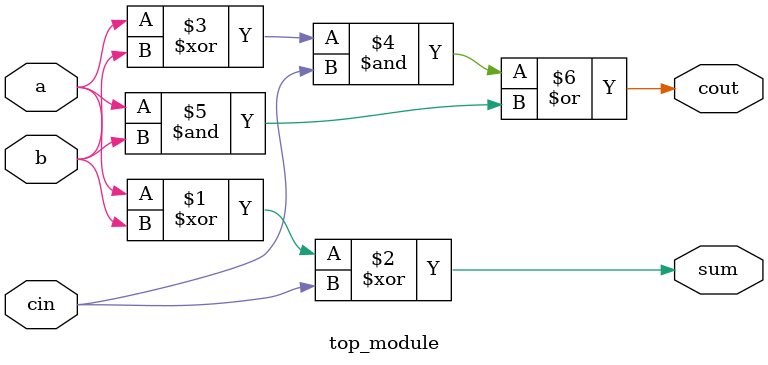
<source format=v>
module top_module( 
    input a, b, cin,
    output cout, sum );
    assign sum = a ^ b ^ cin;
    assign cout = (a ^ b)&cin | (a & b);

endmodule

</source>
